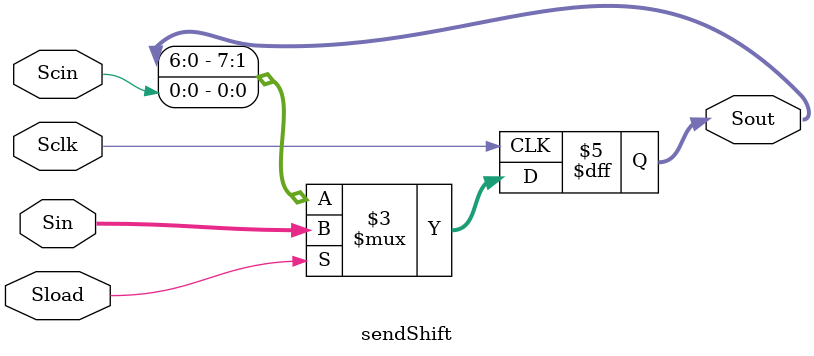
<source format=v>
`timescale 1ns/1ps
module sendShift(
    Sin,
    Scin,
    Sout,
    Sclk,
    Sload
);

input [7:0] Sin;
input Sclk;
input Scin;
input Sload;
output reg [7:0] Sout;

always@(posedge Sclk) begin
        if(Sload)
            Sout <= Sin;
        else
            Sout <= {Sout[6:0],Scin};
    end

endmodule

</source>
